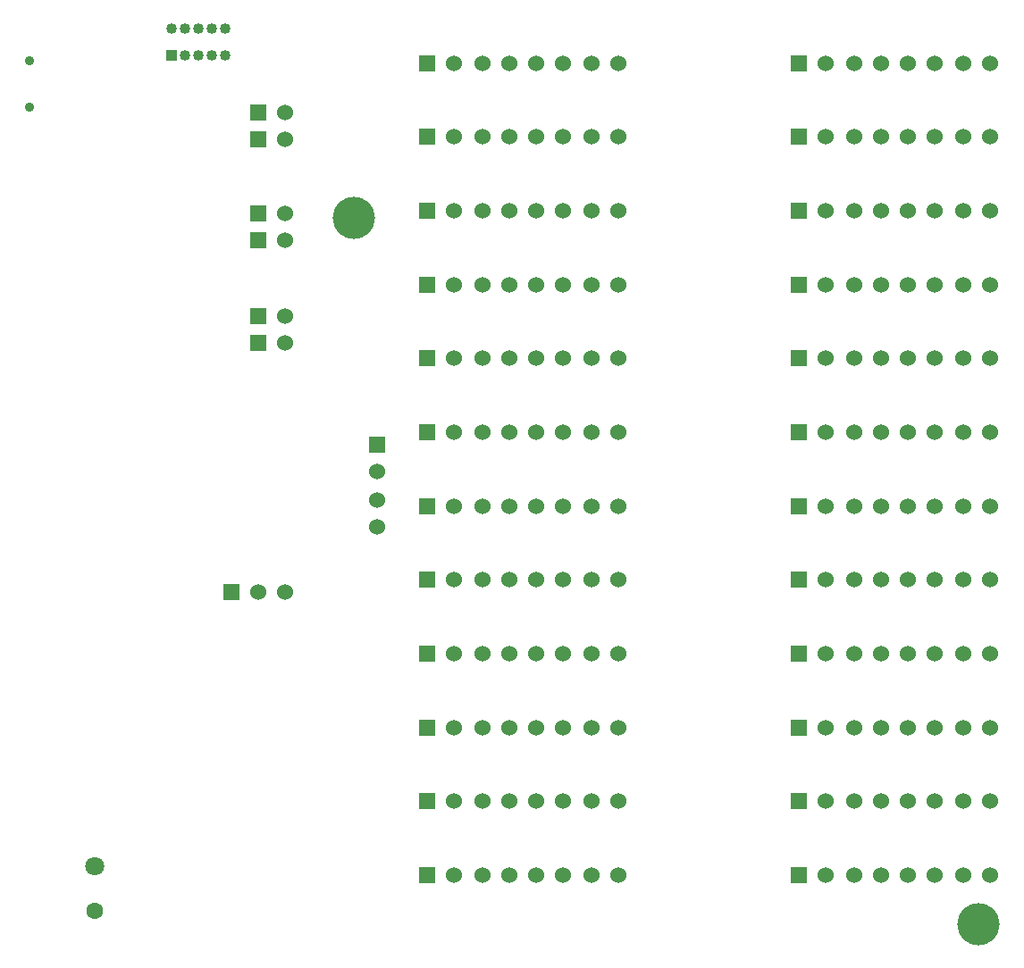
<source format=gbs>
%TF.FileFunction,Soldermask,Bot*%
%FSLAX46Y46*%
G04 Gerber Fmt 4.6, Leading zero omitted, Abs format (unit mm)*
G04 Created by KiCad (PCBNEW (2014-10-18 BZR 5203)-product) date 11/17/2014 11:17:48 AM*
%MOMM*%
G01*
G04 APERTURE LIST*
%ADD10C,0.150000*%
%ADD11C,0.900000*%
%ADD12C,1.016000*%
%ADD13R,1.016000X1.016000*%
%ADD14R,1.524000X1.524000*%
%ADD15C,1.524000*%
%ADD16C,1.600000*%
%ADD17C,1.800000*%
%ADD18C,4.000000*%
G04 APERTURE END LIST*
D10*
D11*
X91000000Y-65200000D03*
X91000000Y-60800000D03*
D12*
X108270000Y-60270000D03*
D13*
X104460000Y-60270000D03*
D12*
X104460000Y-57730000D03*
X105730000Y-60270000D03*
X105730000Y-57730000D03*
X107000000Y-60270000D03*
X107000000Y-57730000D03*
X108270000Y-57730000D03*
X109540000Y-60270000D03*
X109540000Y-57730000D03*
D14*
X128680000Y-61000000D03*
D15*
X131220000Y-61000000D03*
X133940000Y-61000000D03*
X136480000Y-61000000D03*
X139020000Y-61000000D03*
X141560000Y-61000000D03*
X144280000Y-61000000D03*
X146820000Y-61000000D03*
D14*
X163930000Y-61000000D03*
D15*
X166470000Y-61000000D03*
X169190000Y-61000000D03*
X171730000Y-61000000D03*
X174270000Y-61000000D03*
X176810000Y-61000000D03*
X179530000Y-61000000D03*
X182070000Y-61000000D03*
D14*
X128680000Y-89000000D03*
D15*
X131220000Y-89000000D03*
X133940000Y-89000000D03*
X136480000Y-89000000D03*
X139020000Y-89000000D03*
X141560000Y-89000000D03*
X144280000Y-89000000D03*
X146820000Y-89000000D03*
D14*
X163930000Y-89000000D03*
D15*
X166470000Y-89000000D03*
X169190000Y-89000000D03*
X171730000Y-89000000D03*
X174270000Y-89000000D03*
X176810000Y-89000000D03*
X179530000Y-89000000D03*
X182070000Y-89000000D03*
D14*
X128680000Y-117000000D03*
D15*
X131220000Y-117000000D03*
X133940000Y-117000000D03*
X136480000Y-117000000D03*
X139020000Y-117000000D03*
X141560000Y-117000000D03*
X144280000Y-117000000D03*
X146820000Y-117000000D03*
D14*
X163930000Y-117000000D03*
D15*
X166470000Y-117000000D03*
X169190000Y-117000000D03*
X171730000Y-117000000D03*
X174270000Y-117000000D03*
X176810000Y-117000000D03*
X179530000Y-117000000D03*
X182070000Y-117000000D03*
D14*
X128680000Y-68000000D03*
D15*
X131220000Y-68000000D03*
X133940000Y-68000000D03*
X136480000Y-68000000D03*
X139020000Y-68000000D03*
X141560000Y-68000000D03*
X144280000Y-68000000D03*
X146820000Y-68000000D03*
D14*
X163930000Y-68000000D03*
D15*
X166470000Y-68000000D03*
X169190000Y-68000000D03*
X171730000Y-68000000D03*
X174270000Y-68000000D03*
X176810000Y-68000000D03*
X179530000Y-68000000D03*
X182070000Y-68000000D03*
D14*
X128680000Y-75000000D03*
D15*
X131220000Y-75000000D03*
X133940000Y-75000000D03*
X136480000Y-75000000D03*
X139020000Y-75000000D03*
X141560000Y-75000000D03*
X144280000Y-75000000D03*
X146820000Y-75000000D03*
D14*
X163930000Y-75000000D03*
D15*
X166470000Y-75000000D03*
X169190000Y-75000000D03*
X171730000Y-75000000D03*
X174270000Y-75000000D03*
X176810000Y-75000000D03*
X179530000Y-75000000D03*
X182070000Y-75000000D03*
D14*
X128680000Y-82000000D03*
D15*
X131220000Y-82000000D03*
X133940000Y-82000000D03*
X136480000Y-82000000D03*
X139020000Y-82000000D03*
X141560000Y-82000000D03*
X144280000Y-82000000D03*
X146820000Y-82000000D03*
D14*
X163930000Y-82000000D03*
D15*
X166470000Y-82000000D03*
X169190000Y-82000000D03*
X171730000Y-82000000D03*
X174270000Y-82000000D03*
X176810000Y-82000000D03*
X179530000Y-82000000D03*
X182070000Y-82000000D03*
D14*
X128680000Y-124000000D03*
D15*
X131220000Y-124000000D03*
X133940000Y-124000000D03*
X136480000Y-124000000D03*
X139020000Y-124000000D03*
X141560000Y-124000000D03*
X144280000Y-124000000D03*
X146820000Y-124000000D03*
D14*
X163930000Y-124000000D03*
D15*
X166470000Y-124000000D03*
X169190000Y-124000000D03*
X171730000Y-124000000D03*
X174270000Y-124000000D03*
X176810000Y-124000000D03*
X179530000Y-124000000D03*
X182070000Y-124000000D03*
D14*
X128680000Y-131000000D03*
D15*
X131220000Y-131000000D03*
X133940000Y-131000000D03*
X136480000Y-131000000D03*
X139020000Y-131000000D03*
X141560000Y-131000000D03*
X144280000Y-131000000D03*
X146820000Y-131000000D03*
D14*
X163930000Y-131000000D03*
D15*
X166470000Y-131000000D03*
X169190000Y-131000000D03*
X171730000Y-131000000D03*
X174270000Y-131000000D03*
X176810000Y-131000000D03*
X179530000Y-131000000D03*
X182070000Y-131000000D03*
D14*
X128680000Y-138000000D03*
D15*
X131220000Y-138000000D03*
X133940000Y-138000000D03*
X136480000Y-138000000D03*
X139020000Y-138000000D03*
X141560000Y-138000000D03*
X144280000Y-138000000D03*
X146820000Y-138000000D03*
D14*
X163930000Y-138000000D03*
D15*
X166470000Y-138000000D03*
X169190000Y-138000000D03*
X171730000Y-138000000D03*
X174270000Y-138000000D03*
X176810000Y-138000000D03*
X179530000Y-138000000D03*
X182070000Y-138000000D03*
D14*
X128680000Y-96000000D03*
D15*
X131220000Y-96000000D03*
X133940000Y-96000000D03*
X136480000Y-96000000D03*
X139020000Y-96000000D03*
X141560000Y-96000000D03*
X144280000Y-96000000D03*
X146820000Y-96000000D03*
D14*
X163930000Y-96000000D03*
D15*
X166470000Y-96000000D03*
X169190000Y-96000000D03*
X171730000Y-96000000D03*
X174270000Y-96000000D03*
X176810000Y-96000000D03*
X179530000Y-96000000D03*
X182070000Y-96000000D03*
D14*
X128680000Y-103000000D03*
D15*
X131220000Y-103000000D03*
X133940000Y-103000000D03*
X136480000Y-103000000D03*
X139020000Y-103000000D03*
X141560000Y-103000000D03*
X144280000Y-103000000D03*
X146820000Y-103000000D03*
D14*
X163930000Y-103000000D03*
D15*
X166470000Y-103000000D03*
X169190000Y-103000000D03*
X171730000Y-103000000D03*
X174270000Y-103000000D03*
X176810000Y-103000000D03*
X179530000Y-103000000D03*
X182070000Y-103000000D03*
D14*
X128680000Y-110000000D03*
D15*
X131220000Y-110000000D03*
X133940000Y-110000000D03*
X136480000Y-110000000D03*
X139020000Y-110000000D03*
X141560000Y-110000000D03*
X144280000Y-110000000D03*
X146820000Y-110000000D03*
D14*
X163930000Y-110000000D03*
D15*
X166470000Y-110000000D03*
X169190000Y-110000000D03*
X171730000Y-110000000D03*
X174270000Y-110000000D03*
X176810000Y-110000000D03*
X179530000Y-110000000D03*
X182070000Y-110000000D03*
X115270000Y-68270000D03*
D14*
X112730000Y-68270000D03*
X112730000Y-65730000D03*
D15*
X115270000Y-65730000D03*
X115270000Y-77770000D03*
D14*
X112730000Y-77770000D03*
X112730000Y-75230000D03*
D15*
X115270000Y-75230000D03*
X115270000Y-87520000D03*
D14*
X112730000Y-87520000D03*
X112730000Y-84980000D03*
D15*
X115270000Y-84980000D03*
D14*
X110160000Y-111200000D03*
D15*
X112700000Y-111200000D03*
X115240000Y-111200000D03*
D14*
X124000000Y-97180000D03*
D15*
X124000000Y-99720000D03*
X124000000Y-102440000D03*
X124000000Y-104980000D03*
D16*
X97250000Y-141400000D03*
D17*
X97250000Y-137150000D03*
D18*
X121790000Y-75650000D03*
X180980000Y-142620000D03*
M02*

</source>
